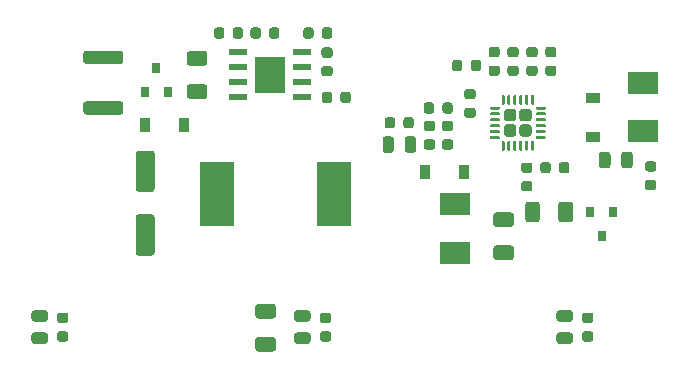
<source format=gbr>
G04 #@! TF.GenerationSoftware,KiCad,Pcbnew,(5.1.6)-1*
G04 #@! TF.CreationDate,2020-09-10T01:06:56+02:00*
G04 #@! TF.ProjectId,BananaSchplit,42616e61-6e61-4536-9368-706c69742e6b,rev?*
G04 #@! TF.SameCoordinates,Original*
G04 #@! TF.FileFunction,Paste,Top*
G04 #@! TF.FilePolarity,Positive*
%FSLAX46Y46*%
G04 Gerber Fmt 4.6, Leading zero omitted, Abs format (unit mm)*
G04 Created by KiCad (PCBNEW (5.1.6)-1) date 2020-09-10 01:06:56*
%MOMM*%
%LPD*%
G01*
G04 APERTURE LIST*
%ADD10R,2.900000X5.400000*%
%ADD11R,1.550000X0.600000*%
%ADD12R,2.600000X3.100000*%
%ADD13R,0.900000X1.200000*%
%ADD14R,1.200000X0.900000*%
%ADD15R,2.500000X1.900000*%
%ADD16R,0.800000X0.900000*%
G04 APERTURE END LIST*
G36*
G01*
X32299999Y-23125000D02*
X35200001Y-23125000D01*
G75*
G02*
X35450000Y-23374999I0J-249999D01*
G01*
X35450000Y-24000001D01*
G75*
G02*
X35200001Y-24250000I-249999J0D01*
G01*
X32299999Y-24250000D01*
G75*
G02*
X32050000Y-24000001I0J249999D01*
G01*
X32050000Y-23374999D01*
G75*
G02*
X32299999Y-23125000I249999J0D01*
G01*
G37*
G36*
G01*
X32299999Y-18850000D02*
X35200001Y-18850000D01*
G75*
G02*
X35450000Y-19099999I0J-249999D01*
G01*
X35450000Y-19725001D01*
G75*
G02*
X35200001Y-19975000I-249999J0D01*
G01*
X32299999Y-19975000D01*
G75*
G02*
X32050000Y-19725001I0J249999D01*
G01*
X32050000Y-19099999D01*
G75*
G02*
X32299999Y-18850000I249999J0D01*
G01*
G37*
D10*
X53300000Y-30950000D03*
X43400000Y-30950000D03*
G36*
G01*
X37850000Y-30800000D02*
X36750000Y-30800000D01*
G75*
G02*
X36500000Y-30550000I0J250000D01*
G01*
X36500000Y-27550000D01*
G75*
G02*
X36750000Y-27300000I250000J0D01*
G01*
X37850000Y-27300000D01*
G75*
G02*
X38100000Y-27550000I0J-250000D01*
G01*
X38100000Y-30550000D01*
G75*
G02*
X37850000Y-30800000I-250000J0D01*
G01*
G37*
G36*
G01*
X37850000Y-36200000D02*
X36750000Y-36200000D01*
G75*
G02*
X36500000Y-35950000I0J250000D01*
G01*
X36500000Y-32950000D01*
G75*
G02*
X36750000Y-32700000I250000J0D01*
G01*
X37850000Y-32700000D01*
G75*
G02*
X38100000Y-32950000I0J-250000D01*
G01*
X38100000Y-35950000D01*
G75*
G02*
X37850000Y-36200000I-250000J0D01*
G01*
G37*
D11*
X45150000Y-22800000D03*
X45150000Y-21530000D03*
X45150000Y-20260000D03*
X45150000Y-18990000D03*
X50550000Y-18990000D03*
X50550000Y-20260000D03*
X50550000Y-21530000D03*
X50550000Y-22800000D03*
D12*
X47850000Y-20895000D03*
G36*
G01*
X75031250Y-41900000D02*
X74518750Y-41900000D01*
G75*
G02*
X74300000Y-41681250I0J218750D01*
G01*
X74300000Y-41243750D01*
G75*
G02*
X74518750Y-41025000I218750J0D01*
G01*
X75031250Y-41025000D01*
G75*
G02*
X75250000Y-41243750I0J-218750D01*
G01*
X75250000Y-41681250D01*
G75*
G02*
X75031250Y-41900000I-218750J0D01*
G01*
G37*
G36*
G01*
X75031250Y-43475000D02*
X74518750Y-43475000D01*
G75*
G02*
X74300000Y-43256250I0J218750D01*
G01*
X74300000Y-42818750D01*
G75*
G02*
X74518750Y-42600000I218750J0D01*
G01*
X75031250Y-42600000D01*
G75*
G02*
X75250000Y-42818750I0J-218750D01*
G01*
X75250000Y-43256250D01*
G75*
G02*
X75031250Y-43475000I-218750J0D01*
G01*
G37*
G36*
G01*
X52831250Y-41900000D02*
X52318750Y-41900000D01*
G75*
G02*
X52100000Y-41681250I0J218750D01*
G01*
X52100000Y-41243750D01*
G75*
G02*
X52318750Y-41025000I218750J0D01*
G01*
X52831250Y-41025000D01*
G75*
G02*
X53050000Y-41243750I0J-218750D01*
G01*
X53050000Y-41681250D01*
G75*
G02*
X52831250Y-41900000I-218750J0D01*
G01*
G37*
G36*
G01*
X52831250Y-43475000D02*
X52318750Y-43475000D01*
G75*
G02*
X52100000Y-43256250I0J218750D01*
G01*
X52100000Y-42818750D01*
G75*
G02*
X52318750Y-42600000I218750J0D01*
G01*
X52831250Y-42600000D01*
G75*
G02*
X53050000Y-42818750I0J-218750D01*
G01*
X53050000Y-43256250D01*
G75*
G02*
X52831250Y-43475000I-218750J0D01*
G01*
G37*
G36*
G01*
X30581250Y-41900000D02*
X30068750Y-41900000D01*
G75*
G02*
X29850000Y-41681250I0J218750D01*
G01*
X29850000Y-41243750D01*
G75*
G02*
X30068750Y-41025000I218750J0D01*
G01*
X30581250Y-41025000D01*
G75*
G02*
X30800000Y-41243750I0J-218750D01*
G01*
X30800000Y-41681250D01*
G75*
G02*
X30581250Y-41900000I-218750J0D01*
G01*
G37*
G36*
G01*
X30581250Y-43475000D02*
X30068750Y-43475000D01*
G75*
G02*
X29850000Y-43256250I0J218750D01*
G01*
X29850000Y-42818750D01*
G75*
G02*
X30068750Y-42600000I218750J0D01*
G01*
X30581250Y-42600000D01*
G75*
G02*
X30800000Y-42818750I0J-218750D01*
G01*
X30800000Y-43256250D01*
G75*
G02*
X30581250Y-43475000I-218750J0D01*
G01*
G37*
G36*
G01*
X44012500Y-17093750D02*
X44012500Y-17606250D01*
G75*
G02*
X43793750Y-17825000I-218750J0D01*
G01*
X43356250Y-17825000D01*
G75*
G02*
X43137500Y-17606250I0J218750D01*
G01*
X43137500Y-17093750D01*
G75*
G02*
X43356250Y-16875000I218750J0D01*
G01*
X43793750Y-16875000D01*
G75*
G02*
X44012500Y-17093750I0J-218750D01*
G01*
G37*
G36*
G01*
X45587500Y-17093750D02*
X45587500Y-17606250D01*
G75*
G02*
X45368750Y-17825000I-218750J0D01*
G01*
X44931250Y-17825000D01*
G75*
G02*
X44712500Y-17606250I0J218750D01*
G01*
X44712500Y-17093750D01*
G75*
G02*
X44931250Y-16875000I218750J0D01*
G01*
X45368750Y-16875000D01*
G75*
G02*
X45587500Y-17093750I0J-218750D01*
G01*
G37*
G36*
G01*
X72368750Y-42700000D02*
X73281250Y-42700000D01*
G75*
G02*
X73525000Y-42943750I0J-243750D01*
G01*
X73525000Y-43431250D01*
G75*
G02*
X73281250Y-43675000I-243750J0D01*
G01*
X72368750Y-43675000D01*
G75*
G02*
X72125000Y-43431250I0J243750D01*
G01*
X72125000Y-42943750D01*
G75*
G02*
X72368750Y-42700000I243750J0D01*
G01*
G37*
G36*
G01*
X72368750Y-40825000D02*
X73281250Y-40825000D01*
G75*
G02*
X73525000Y-41068750I0J-243750D01*
G01*
X73525000Y-41556250D01*
G75*
G02*
X73281250Y-41800000I-243750J0D01*
G01*
X72368750Y-41800000D01*
G75*
G02*
X72125000Y-41556250I0J243750D01*
G01*
X72125000Y-41068750D01*
G75*
G02*
X72368750Y-40825000I243750J0D01*
G01*
G37*
G36*
G01*
X50143750Y-42700000D02*
X51056250Y-42700000D01*
G75*
G02*
X51300000Y-42943750I0J-243750D01*
G01*
X51300000Y-43431250D01*
G75*
G02*
X51056250Y-43675000I-243750J0D01*
G01*
X50143750Y-43675000D01*
G75*
G02*
X49900000Y-43431250I0J243750D01*
G01*
X49900000Y-42943750D01*
G75*
G02*
X50143750Y-42700000I243750J0D01*
G01*
G37*
G36*
G01*
X50143750Y-40825000D02*
X51056250Y-40825000D01*
G75*
G02*
X51300000Y-41068750I0J-243750D01*
G01*
X51300000Y-41556250D01*
G75*
G02*
X51056250Y-41800000I-243750J0D01*
G01*
X50143750Y-41800000D01*
G75*
G02*
X49900000Y-41556250I0J243750D01*
G01*
X49900000Y-41068750D01*
G75*
G02*
X50143750Y-40825000I243750J0D01*
G01*
G37*
G36*
G01*
X27918750Y-42700000D02*
X28831250Y-42700000D01*
G75*
G02*
X29075000Y-42943750I0J-243750D01*
G01*
X29075000Y-43431250D01*
G75*
G02*
X28831250Y-43675000I-243750J0D01*
G01*
X27918750Y-43675000D01*
G75*
G02*
X27675000Y-43431250I0J243750D01*
G01*
X27675000Y-42943750D01*
G75*
G02*
X27918750Y-42700000I243750J0D01*
G01*
G37*
G36*
G01*
X27918750Y-40825000D02*
X28831250Y-40825000D01*
G75*
G02*
X29075000Y-41068750I0J-243750D01*
G01*
X29075000Y-41556250D01*
G75*
G02*
X28831250Y-41800000I-243750J0D01*
G01*
X27918750Y-41800000D01*
G75*
G02*
X27675000Y-41556250I0J243750D01*
G01*
X27675000Y-41068750D01*
G75*
G02*
X27918750Y-40825000I243750J0D01*
G01*
G37*
G36*
G01*
X42325000Y-22925000D02*
X41075000Y-22925000D01*
G75*
G02*
X40825000Y-22675000I0J250000D01*
G01*
X40825000Y-21925000D01*
G75*
G02*
X41075000Y-21675000I250000J0D01*
G01*
X42325000Y-21675000D01*
G75*
G02*
X42575000Y-21925000I0J-250000D01*
G01*
X42575000Y-22675000D01*
G75*
G02*
X42325000Y-22925000I-250000J0D01*
G01*
G37*
G36*
G01*
X42325000Y-20125000D02*
X41075000Y-20125000D01*
G75*
G02*
X40825000Y-19875000I0J250000D01*
G01*
X40825000Y-19125000D01*
G75*
G02*
X41075000Y-18875000I250000J0D01*
G01*
X42325000Y-18875000D01*
G75*
G02*
X42575000Y-19125000I0J-250000D01*
G01*
X42575000Y-19875000D01*
G75*
G02*
X42325000Y-20125000I-250000J0D01*
G01*
G37*
G36*
G01*
X53837500Y-23056250D02*
X53837500Y-22543750D01*
G75*
G02*
X54056250Y-22325000I218750J0D01*
G01*
X54493750Y-22325000D01*
G75*
G02*
X54712500Y-22543750I0J-218750D01*
G01*
X54712500Y-23056250D01*
G75*
G02*
X54493750Y-23275000I-218750J0D01*
G01*
X54056250Y-23275000D01*
G75*
G02*
X53837500Y-23056250I0J218750D01*
G01*
G37*
G36*
G01*
X52262500Y-23056250D02*
X52262500Y-22543750D01*
G75*
G02*
X52481250Y-22325000I218750J0D01*
G01*
X52918750Y-22325000D01*
G75*
G02*
X53137500Y-22543750I0J-218750D01*
G01*
X53137500Y-23056250D01*
G75*
G02*
X52918750Y-23275000I-218750J0D01*
G01*
X52481250Y-23275000D01*
G75*
G02*
X52262500Y-23056250I0J218750D01*
G01*
G37*
G36*
G01*
X46875000Y-43075000D02*
X48125000Y-43075000D01*
G75*
G02*
X48375000Y-43325000I0J-250000D01*
G01*
X48375000Y-44075000D01*
G75*
G02*
X48125000Y-44325000I-250000J0D01*
G01*
X46875000Y-44325000D01*
G75*
G02*
X46625000Y-44075000I0J250000D01*
G01*
X46625000Y-43325000D01*
G75*
G02*
X46875000Y-43075000I250000J0D01*
G01*
G37*
G36*
G01*
X46875000Y-40275000D02*
X48125000Y-40275000D01*
G75*
G02*
X48375000Y-40525000I0J-250000D01*
G01*
X48375000Y-41275000D01*
G75*
G02*
X48125000Y-41525000I-250000J0D01*
G01*
X46875000Y-41525000D01*
G75*
G02*
X46625000Y-41275000I0J250000D01*
G01*
X46625000Y-40525000D01*
G75*
G02*
X46875000Y-40275000I250000J0D01*
G01*
G37*
G36*
G01*
X73525000Y-31875000D02*
X73525000Y-33125000D01*
G75*
G02*
X73275000Y-33375000I-250000J0D01*
G01*
X72525000Y-33375000D01*
G75*
G02*
X72275000Y-33125000I0J250000D01*
G01*
X72275000Y-31875000D01*
G75*
G02*
X72525000Y-31625000I250000J0D01*
G01*
X73275000Y-31625000D01*
G75*
G02*
X73525000Y-31875000I0J-250000D01*
G01*
G37*
G36*
G01*
X70725000Y-31875000D02*
X70725000Y-33125000D01*
G75*
G02*
X70475000Y-33375000I-250000J0D01*
G01*
X69725000Y-33375000D01*
G75*
G02*
X69475000Y-33125000I0J250000D01*
G01*
X69475000Y-31875000D01*
G75*
G02*
X69725000Y-31625000I250000J0D01*
G01*
X70475000Y-31625000D01*
G75*
G02*
X70725000Y-31875000I0J-250000D01*
G01*
G37*
G36*
G01*
X68275000Y-33775000D02*
X67025000Y-33775000D01*
G75*
G02*
X66775000Y-33525000I0J250000D01*
G01*
X66775000Y-32775000D01*
G75*
G02*
X67025000Y-32525000I250000J0D01*
G01*
X68275000Y-32525000D01*
G75*
G02*
X68525000Y-32775000I0J-250000D01*
G01*
X68525000Y-33525000D01*
G75*
G02*
X68275000Y-33775000I-250000J0D01*
G01*
G37*
G36*
G01*
X68275000Y-36575000D02*
X67025000Y-36575000D01*
G75*
G02*
X66775000Y-36325000I0J250000D01*
G01*
X66775000Y-35575000D01*
G75*
G02*
X67025000Y-35325000I250000J0D01*
G01*
X68275000Y-35325000D01*
G75*
G02*
X68525000Y-35575000I0J-250000D01*
G01*
X68525000Y-36325000D01*
G75*
G02*
X68275000Y-36575000I-250000J0D01*
G01*
G37*
G36*
G01*
X69343750Y-28312500D02*
X69856250Y-28312500D01*
G75*
G02*
X70075000Y-28531250I0J-218750D01*
G01*
X70075000Y-28968750D01*
G75*
G02*
X69856250Y-29187500I-218750J0D01*
G01*
X69343750Y-29187500D01*
G75*
G02*
X69125000Y-28968750I0J218750D01*
G01*
X69125000Y-28531250D01*
G75*
G02*
X69343750Y-28312500I218750J0D01*
G01*
G37*
G36*
G01*
X69343750Y-29887500D02*
X69856250Y-29887500D01*
G75*
G02*
X70075000Y-30106250I0J-218750D01*
G01*
X70075000Y-30543750D01*
G75*
G02*
X69856250Y-30762500I-218750J0D01*
G01*
X69343750Y-30762500D01*
G75*
G02*
X69125000Y-30543750I0J218750D01*
G01*
X69125000Y-30106250D01*
G75*
G02*
X69343750Y-29887500I218750J0D01*
G01*
G37*
G36*
G01*
X65056250Y-24537500D02*
X64543750Y-24537500D01*
G75*
G02*
X64325000Y-24318750I0J218750D01*
G01*
X64325000Y-23881250D01*
G75*
G02*
X64543750Y-23662500I218750J0D01*
G01*
X65056250Y-23662500D01*
G75*
G02*
X65275000Y-23881250I0J-218750D01*
G01*
X65275000Y-24318750D01*
G75*
G02*
X65056250Y-24537500I-218750J0D01*
G01*
G37*
G36*
G01*
X65056250Y-22962500D02*
X64543750Y-22962500D01*
G75*
G02*
X64325000Y-22743750I0J218750D01*
G01*
X64325000Y-22306250D01*
G75*
G02*
X64543750Y-22087500I218750J0D01*
G01*
X65056250Y-22087500D01*
G75*
G02*
X65275000Y-22306250I0J-218750D01*
G01*
X65275000Y-22743750D01*
G75*
G02*
X65056250Y-22962500I-218750J0D01*
G01*
G37*
G36*
G01*
X61631250Y-27225000D02*
X61118750Y-27225000D01*
G75*
G02*
X60900000Y-27006250I0J218750D01*
G01*
X60900000Y-26568750D01*
G75*
G02*
X61118750Y-26350000I218750J0D01*
G01*
X61631250Y-26350000D01*
G75*
G02*
X61850000Y-26568750I0J-218750D01*
G01*
X61850000Y-27006250D01*
G75*
G02*
X61631250Y-27225000I-218750J0D01*
G01*
G37*
G36*
G01*
X61631250Y-25650000D02*
X61118750Y-25650000D01*
G75*
G02*
X60900000Y-25431250I0J218750D01*
G01*
X60900000Y-24993750D01*
G75*
G02*
X61118750Y-24775000I218750J0D01*
G01*
X61631250Y-24775000D01*
G75*
G02*
X61850000Y-24993750I0J-218750D01*
G01*
X61850000Y-25431250D01*
G75*
G02*
X61631250Y-25650000I-218750J0D01*
G01*
G37*
G36*
G01*
X60250000Y-26343750D02*
X60250000Y-27256250D01*
G75*
G02*
X60006250Y-27500000I-243750J0D01*
G01*
X59518750Y-27500000D01*
G75*
G02*
X59275000Y-27256250I0J243750D01*
G01*
X59275000Y-26343750D01*
G75*
G02*
X59518750Y-26100000I243750J0D01*
G01*
X60006250Y-26100000D01*
G75*
G02*
X60250000Y-26343750I0J-243750D01*
G01*
G37*
G36*
G01*
X58375000Y-26343750D02*
X58375000Y-27256250D01*
G75*
G02*
X58131250Y-27500000I-243750J0D01*
G01*
X57643750Y-27500000D01*
G75*
G02*
X57400000Y-27256250I0J243750D01*
G01*
X57400000Y-26343750D01*
G75*
G02*
X57643750Y-26100000I243750J0D01*
G01*
X58131250Y-26100000D01*
G75*
G02*
X58375000Y-26343750I0J-243750D01*
G01*
G37*
G36*
G01*
X71393750Y-18525000D02*
X71906250Y-18525000D01*
G75*
G02*
X72125000Y-18743750I0J-218750D01*
G01*
X72125000Y-19181250D01*
G75*
G02*
X71906250Y-19400000I-218750J0D01*
G01*
X71393750Y-19400000D01*
G75*
G02*
X71175000Y-19181250I0J218750D01*
G01*
X71175000Y-18743750D01*
G75*
G02*
X71393750Y-18525000I218750J0D01*
G01*
G37*
G36*
G01*
X71393750Y-20100000D02*
X71906250Y-20100000D01*
G75*
G02*
X72125000Y-20318750I0J-218750D01*
G01*
X72125000Y-20756250D01*
G75*
G02*
X71906250Y-20975000I-218750J0D01*
G01*
X71393750Y-20975000D01*
G75*
G02*
X71175000Y-20756250I0J218750D01*
G01*
X71175000Y-20318750D01*
G75*
G02*
X71393750Y-20100000I218750J0D01*
G01*
G37*
G36*
G01*
X67106250Y-19400000D02*
X66593750Y-19400000D01*
G75*
G02*
X66375000Y-19181250I0J218750D01*
G01*
X66375000Y-18743750D01*
G75*
G02*
X66593750Y-18525000I218750J0D01*
G01*
X67106250Y-18525000D01*
G75*
G02*
X67325000Y-18743750I0J-218750D01*
G01*
X67325000Y-19181250D01*
G75*
G02*
X67106250Y-19400000I-218750J0D01*
G01*
G37*
G36*
G01*
X67106250Y-20975000D02*
X66593750Y-20975000D01*
G75*
G02*
X66375000Y-20756250I0J218750D01*
G01*
X66375000Y-20318750D01*
G75*
G02*
X66593750Y-20100000I218750J0D01*
G01*
X67106250Y-20100000D01*
G75*
G02*
X67325000Y-20318750I0J-218750D01*
G01*
X67325000Y-20756250D01*
G75*
G02*
X67106250Y-20975000I-218750J0D01*
G01*
G37*
G36*
G01*
X64162500Y-19843750D02*
X64162500Y-20356250D01*
G75*
G02*
X63943750Y-20575000I-218750J0D01*
G01*
X63506250Y-20575000D01*
G75*
G02*
X63287500Y-20356250I0J218750D01*
G01*
X63287500Y-19843750D01*
G75*
G02*
X63506250Y-19625000I218750J0D01*
G01*
X63943750Y-19625000D01*
G75*
G02*
X64162500Y-19843750I0J-218750D01*
G01*
G37*
G36*
G01*
X65737500Y-19843750D02*
X65737500Y-20356250D01*
G75*
G02*
X65518750Y-20575000I-218750J0D01*
G01*
X65081250Y-20575000D01*
G75*
G02*
X64862500Y-20356250I0J218750D01*
G01*
X64862500Y-19843750D01*
G75*
G02*
X65081250Y-19625000I218750J0D01*
G01*
X65518750Y-19625000D01*
G75*
G02*
X65737500Y-19843750I0J-218750D01*
G01*
G37*
G36*
G01*
X77600000Y-28556250D02*
X77600000Y-27643750D01*
G75*
G02*
X77843750Y-27400000I243750J0D01*
G01*
X78331250Y-27400000D01*
G75*
G02*
X78575000Y-27643750I0J-243750D01*
G01*
X78575000Y-28556250D01*
G75*
G02*
X78331250Y-28800000I-243750J0D01*
G01*
X77843750Y-28800000D01*
G75*
G02*
X77600000Y-28556250I0J243750D01*
G01*
G37*
G36*
G01*
X75725000Y-28556250D02*
X75725000Y-27643750D01*
G75*
G02*
X75968750Y-27400000I243750J0D01*
G01*
X76456250Y-27400000D01*
G75*
G02*
X76700000Y-27643750I0J-243750D01*
G01*
X76700000Y-28556250D01*
G75*
G02*
X76456250Y-28800000I-243750J0D01*
G01*
X75968750Y-28800000D01*
G75*
G02*
X75725000Y-28556250I0J243750D01*
G01*
G37*
D13*
X64300000Y-29150000D03*
X61000000Y-29150000D03*
X40600000Y-25100000D03*
X37300000Y-25100000D03*
D14*
X75200000Y-22850000D03*
X75200000Y-26150000D03*
D15*
X63500000Y-35950000D03*
X63500000Y-31850000D03*
X79450000Y-21550000D03*
X79450000Y-25650000D03*
D16*
X38250000Y-20300000D03*
X39200000Y-22300000D03*
X37300000Y-22300000D03*
X76900000Y-32500000D03*
X75000000Y-32500000D03*
X75950000Y-34500000D03*
G36*
G01*
X48662500Y-17093750D02*
X48662500Y-17606250D01*
G75*
G02*
X48443750Y-17825000I-218750J0D01*
G01*
X48006250Y-17825000D01*
G75*
G02*
X47787500Y-17606250I0J218750D01*
G01*
X47787500Y-17093750D01*
G75*
G02*
X48006250Y-16875000I218750J0D01*
G01*
X48443750Y-16875000D01*
G75*
G02*
X48662500Y-17093750I0J-218750D01*
G01*
G37*
G36*
G01*
X47087500Y-17093750D02*
X47087500Y-17606250D01*
G75*
G02*
X46868750Y-17825000I-218750J0D01*
G01*
X46431250Y-17825000D01*
G75*
G02*
X46212500Y-17606250I0J218750D01*
G01*
X46212500Y-17093750D01*
G75*
G02*
X46431250Y-16875000I218750J0D01*
G01*
X46868750Y-16875000D01*
G75*
G02*
X47087500Y-17093750I0J-218750D01*
G01*
G37*
G36*
G01*
X52443750Y-18562500D02*
X52956250Y-18562500D01*
G75*
G02*
X53175000Y-18781250I0J-218750D01*
G01*
X53175000Y-19218750D01*
G75*
G02*
X52956250Y-19437500I-218750J0D01*
G01*
X52443750Y-19437500D01*
G75*
G02*
X52225000Y-19218750I0J218750D01*
G01*
X52225000Y-18781250D01*
G75*
G02*
X52443750Y-18562500I218750J0D01*
G01*
G37*
G36*
G01*
X52443750Y-20137500D02*
X52956250Y-20137500D01*
G75*
G02*
X53175000Y-20356250I0J-218750D01*
G01*
X53175000Y-20793750D01*
G75*
G02*
X52956250Y-21012500I-218750J0D01*
G01*
X52443750Y-21012500D01*
G75*
G02*
X52225000Y-20793750I0J218750D01*
G01*
X52225000Y-20356250D01*
G75*
G02*
X52443750Y-20137500I218750J0D01*
G01*
G37*
G36*
G01*
X52262500Y-17606250D02*
X52262500Y-17093750D01*
G75*
G02*
X52481250Y-16875000I218750J0D01*
G01*
X52918750Y-16875000D01*
G75*
G02*
X53137500Y-17093750I0J-218750D01*
G01*
X53137500Y-17606250D01*
G75*
G02*
X52918750Y-17825000I-218750J0D01*
G01*
X52481250Y-17825000D01*
G75*
G02*
X52262500Y-17606250I0J218750D01*
G01*
G37*
G36*
G01*
X50687500Y-17606250D02*
X50687500Y-17093750D01*
G75*
G02*
X50906250Y-16875000I218750J0D01*
G01*
X51343750Y-16875000D01*
G75*
G02*
X51562500Y-17093750I0J-218750D01*
G01*
X51562500Y-17606250D01*
G75*
G02*
X51343750Y-17825000I-218750J0D01*
G01*
X50906250Y-17825000D01*
G75*
G02*
X50687500Y-17606250I0J218750D01*
G01*
G37*
G36*
G01*
X72337500Y-29006250D02*
X72337500Y-28493750D01*
G75*
G02*
X72556250Y-28275000I218750J0D01*
G01*
X72993750Y-28275000D01*
G75*
G02*
X73212500Y-28493750I0J-218750D01*
G01*
X73212500Y-29006250D01*
G75*
G02*
X72993750Y-29225000I-218750J0D01*
G01*
X72556250Y-29225000D01*
G75*
G02*
X72337500Y-29006250I0J218750D01*
G01*
G37*
G36*
G01*
X70762500Y-29006250D02*
X70762500Y-28493750D01*
G75*
G02*
X70981250Y-28275000I218750J0D01*
G01*
X71418750Y-28275000D01*
G75*
G02*
X71637500Y-28493750I0J-218750D01*
G01*
X71637500Y-29006250D01*
G75*
G02*
X71418750Y-29225000I-218750J0D01*
G01*
X70981250Y-29225000D01*
G75*
G02*
X70762500Y-29006250I0J218750D01*
G01*
G37*
G36*
G01*
X62643750Y-24775000D02*
X63156250Y-24775000D01*
G75*
G02*
X63375000Y-24993750I0J-218750D01*
G01*
X63375000Y-25431250D01*
G75*
G02*
X63156250Y-25650000I-218750J0D01*
G01*
X62643750Y-25650000D01*
G75*
G02*
X62425000Y-25431250I0J218750D01*
G01*
X62425000Y-24993750D01*
G75*
G02*
X62643750Y-24775000I218750J0D01*
G01*
G37*
G36*
G01*
X62643750Y-26350000D02*
X63156250Y-26350000D01*
G75*
G02*
X63375000Y-26568750I0J-218750D01*
G01*
X63375000Y-27006250D01*
G75*
G02*
X63156250Y-27225000I-218750J0D01*
G01*
X62643750Y-27225000D01*
G75*
G02*
X62425000Y-27006250I0J218750D01*
G01*
X62425000Y-26568750D01*
G75*
G02*
X62643750Y-26350000I218750J0D01*
G01*
G37*
G36*
G01*
X62462500Y-23956250D02*
X62462500Y-23443750D01*
G75*
G02*
X62681250Y-23225000I218750J0D01*
G01*
X63118750Y-23225000D01*
G75*
G02*
X63337500Y-23443750I0J-218750D01*
G01*
X63337500Y-23956250D01*
G75*
G02*
X63118750Y-24175000I-218750J0D01*
G01*
X62681250Y-24175000D01*
G75*
G02*
X62462500Y-23956250I0J218750D01*
G01*
G37*
G36*
G01*
X60887500Y-23956250D02*
X60887500Y-23443750D01*
G75*
G02*
X61106250Y-23225000I218750J0D01*
G01*
X61543750Y-23225000D01*
G75*
G02*
X61762500Y-23443750I0J-218750D01*
G01*
X61762500Y-23956250D01*
G75*
G02*
X61543750Y-24175000I-218750J0D01*
G01*
X61106250Y-24175000D01*
G75*
G02*
X60887500Y-23956250I0J218750D01*
G01*
G37*
G36*
G01*
X68706250Y-20975000D02*
X68193750Y-20975000D01*
G75*
G02*
X67975000Y-20756250I0J218750D01*
G01*
X67975000Y-20318750D01*
G75*
G02*
X68193750Y-20100000I218750J0D01*
G01*
X68706250Y-20100000D01*
G75*
G02*
X68925000Y-20318750I0J-218750D01*
G01*
X68925000Y-20756250D01*
G75*
G02*
X68706250Y-20975000I-218750J0D01*
G01*
G37*
G36*
G01*
X68706250Y-19400000D02*
X68193750Y-19400000D01*
G75*
G02*
X67975000Y-19181250I0J218750D01*
G01*
X67975000Y-18743750D01*
G75*
G02*
X68193750Y-18525000I218750J0D01*
G01*
X68706250Y-18525000D01*
G75*
G02*
X68925000Y-18743750I0J-218750D01*
G01*
X68925000Y-19181250D01*
G75*
G02*
X68706250Y-19400000I-218750J0D01*
G01*
G37*
G36*
G01*
X70306250Y-19400000D02*
X69793750Y-19400000D01*
G75*
G02*
X69575000Y-19181250I0J218750D01*
G01*
X69575000Y-18743750D01*
G75*
G02*
X69793750Y-18525000I218750J0D01*
G01*
X70306250Y-18525000D01*
G75*
G02*
X70525000Y-18743750I0J-218750D01*
G01*
X70525000Y-19181250D01*
G75*
G02*
X70306250Y-19400000I-218750J0D01*
G01*
G37*
G36*
G01*
X70306250Y-20975000D02*
X69793750Y-20975000D01*
G75*
G02*
X69575000Y-20756250I0J218750D01*
G01*
X69575000Y-20318750D01*
G75*
G02*
X69793750Y-20100000I218750J0D01*
G01*
X70306250Y-20100000D01*
G75*
G02*
X70525000Y-20318750I0J-218750D01*
G01*
X70525000Y-20756250D01*
G75*
G02*
X70306250Y-20975000I-218750J0D01*
G01*
G37*
G36*
G01*
X57587500Y-25206250D02*
X57587500Y-24693750D01*
G75*
G02*
X57806250Y-24475000I218750J0D01*
G01*
X58243750Y-24475000D01*
G75*
G02*
X58462500Y-24693750I0J-218750D01*
G01*
X58462500Y-25206250D01*
G75*
G02*
X58243750Y-25425000I-218750J0D01*
G01*
X57806250Y-25425000D01*
G75*
G02*
X57587500Y-25206250I0J218750D01*
G01*
G37*
G36*
G01*
X59162500Y-25206250D02*
X59162500Y-24693750D01*
G75*
G02*
X59381250Y-24475000I218750J0D01*
G01*
X59818750Y-24475000D01*
G75*
G02*
X60037500Y-24693750I0J-218750D01*
G01*
X60037500Y-25206250D01*
G75*
G02*
X59818750Y-25425000I-218750J0D01*
G01*
X59381250Y-25425000D01*
G75*
G02*
X59162500Y-25206250I0J218750D01*
G01*
G37*
G36*
G01*
X79843750Y-28200000D02*
X80356250Y-28200000D01*
G75*
G02*
X80575000Y-28418750I0J-218750D01*
G01*
X80575000Y-28856250D01*
G75*
G02*
X80356250Y-29075000I-218750J0D01*
G01*
X79843750Y-29075000D01*
G75*
G02*
X79625000Y-28856250I0J218750D01*
G01*
X79625000Y-28418750D01*
G75*
G02*
X79843750Y-28200000I218750J0D01*
G01*
G37*
G36*
G01*
X79843750Y-29775000D02*
X80356250Y-29775000D01*
G75*
G02*
X80575000Y-29993750I0J-218750D01*
G01*
X80575000Y-30431250D01*
G75*
G02*
X80356250Y-30650000I-218750J0D01*
G01*
X79843750Y-30650000D01*
G75*
G02*
X79625000Y-30431250I0J218750D01*
G01*
X79625000Y-29993750D01*
G75*
G02*
X79843750Y-29775000I218750J0D01*
G01*
G37*
G36*
G01*
X68475001Y-26125000D02*
X67924999Y-26125000D01*
G75*
G02*
X67675000Y-25875001I0J249999D01*
G01*
X67675000Y-25324999D01*
G75*
G02*
X67924999Y-25075000I249999J0D01*
G01*
X68475001Y-25075000D01*
G75*
G02*
X68725000Y-25324999I0J-249999D01*
G01*
X68725000Y-25875001D01*
G75*
G02*
X68475001Y-26125000I-249999J0D01*
G01*
G37*
G36*
G01*
X69775001Y-26125000D02*
X69224999Y-26125000D01*
G75*
G02*
X68975000Y-25875001I0J249999D01*
G01*
X68975000Y-25324999D01*
G75*
G02*
X69224999Y-25075000I249999J0D01*
G01*
X69775001Y-25075000D01*
G75*
G02*
X70025000Y-25324999I0J-249999D01*
G01*
X70025000Y-25875001D01*
G75*
G02*
X69775001Y-26125000I-249999J0D01*
G01*
G37*
G36*
G01*
X68475001Y-24825000D02*
X67924999Y-24825000D01*
G75*
G02*
X67675000Y-24575001I0J249999D01*
G01*
X67675000Y-24024999D01*
G75*
G02*
X67924999Y-23775000I249999J0D01*
G01*
X68475001Y-23775000D01*
G75*
G02*
X68725000Y-24024999I0J-249999D01*
G01*
X68725000Y-24575001D01*
G75*
G02*
X68475001Y-24825000I-249999J0D01*
G01*
G37*
G36*
G01*
X69775001Y-24825000D02*
X69224999Y-24825000D01*
G75*
G02*
X68975000Y-24575001I0J249999D01*
G01*
X68975000Y-24024999D01*
G75*
G02*
X69224999Y-23775000I249999J0D01*
G01*
X69775001Y-23775000D01*
G75*
G02*
X70025000Y-24024999I0J-249999D01*
G01*
X70025000Y-24575001D01*
G75*
G02*
X69775001Y-24825000I-249999J0D01*
G01*
G37*
G36*
G01*
X67662500Y-27300000D02*
X67537500Y-27300000D01*
G75*
G02*
X67475000Y-27237500I0J62500D01*
G01*
X67475000Y-26537500D01*
G75*
G02*
X67537500Y-26475000I62500J0D01*
G01*
X67662500Y-26475000D01*
G75*
G02*
X67725000Y-26537500I0J-62500D01*
G01*
X67725000Y-27237500D01*
G75*
G02*
X67662500Y-27300000I-62500J0D01*
G01*
G37*
G36*
G01*
X68162500Y-27300000D02*
X68037500Y-27300000D01*
G75*
G02*
X67975000Y-27237500I0J62500D01*
G01*
X67975000Y-26537500D01*
G75*
G02*
X68037500Y-26475000I62500J0D01*
G01*
X68162500Y-26475000D01*
G75*
G02*
X68225000Y-26537500I0J-62500D01*
G01*
X68225000Y-27237500D01*
G75*
G02*
X68162500Y-27300000I-62500J0D01*
G01*
G37*
G36*
G01*
X68662500Y-27300000D02*
X68537500Y-27300000D01*
G75*
G02*
X68475000Y-27237500I0J62500D01*
G01*
X68475000Y-26537500D01*
G75*
G02*
X68537500Y-26475000I62500J0D01*
G01*
X68662500Y-26475000D01*
G75*
G02*
X68725000Y-26537500I0J-62500D01*
G01*
X68725000Y-27237500D01*
G75*
G02*
X68662500Y-27300000I-62500J0D01*
G01*
G37*
G36*
G01*
X69162500Y-27300000D02*
X69037500Y-27300000D01*
G75*
G02*
X68975000Y-27237500I0J62500D01*
G01*
X68975000Y-26537500D01*
G75*
G02*
X69037500Y-26475000I62500J0D01*
G01*
X69162500Y-26475000D01*
G75*
G02*
X69225000Y-26537500I0J-62500D01*
G01*
X69225000Y-27237500D01*
G75*
G02*
X69162500Y-27300000I-62500J0D01*
G01*
G37*
G36*
G01*
X69662500Y-27300000D02*
X69537500Y-27300000D01*
G75*
G02*
X69475000Y-27237500I0J62500D01*
G01*
X69475000Y-26537500D01*
G75*
G02*
X69537500Y-26475000I62500J0D01*
G01*
X69662500Y-26475000D01*
G75*
G02*
X69725000Y-26537500I0J-62500D01*
G01*
X69725000Y-27237500D01*
G75*
G02*
X69662500Y-27300000I-62500J0D01*
G01*
G37*
G36*
G01*
X70162500Y-27300000D02*
X70037500Y-27300000D01*
G75*
G02*
X69975000Y-27237500I0J62500D01*
G01*
X69975000Y-26537500D01*
G75*
G02*
X70037500Y-26475000I62500J0D01*
G01*
X70162500Y-26475000D01*
G75*
G02*
X70225000Y-26537500I0J-62500D01*
G01*
X70225000Y-27237500D01*
G75*
G02*
X70162500Y-27300000I-62500J0D01*
G01*
G37*
G36*
G01*
X71137500Y-26325000D02*
X70437500Y-26325000D01*
G75*
G02*
X70375000Y-26262500I0J62500D01*
G01*
X70375000Y-26137500D01*
G75*
G02*
X70437500Y-26075000I62500J0D01*
G01*
X71137500Y-26075000D01*
G75*
G02*
X71200000Y-26137500I0J-62500D01*
G01*
X71200000Y-26262500D01*
G75*
G02*
X71137500Y-26325000I-62500J0D01*
G01*
G37*
G36*
G01*
X71137500Y-25825000D02*
X70437500Y-25825000D01*
G75*
G02*
X70375000Y-25762500I0J62500D01*
G01*
X70375000Y-25637500D01*
G75*
G02*
X70437500Y-25575000I62500J0D01*
G01*
X71137500Y-25575000D01*
G75*
G02*
X71200000Y-25637500I0J-62500D01*
G01*
X71200000Y-25762500D01*
G75*
G02*
X71137500Y-25825000I-62500J0D01*
G01*
G37*
G36*
G01*
X71137500Y-25325000D02*
X70437500Y-25325000D01*
G75*
G02*
X70375000Y-25262500I0J62500D01*
G01*
X70375000Y-25137500D01*
G75*
G02*
X70437500Y-25075000I62500J0D01*
G01*
X71137500Y-25075000D01*
G75*
G02*
X71200000Y-25137500I0J-62500D01*
G01*
X71200000Y-25262500D01*
G75*
G02*
X71137500Y-25325000I-62500J0D01*
G01*
G37*
G36*
G01*
X71137500Y-24825000D02*
X70437500Y-24825000D01*
G75*
G02*
X70375000Y-24762500I0J62500D01*
G01*
X70375000Y-24637500D01*
G75*
G02*
X70437500Y-24575000I62500J0D01*
G01*
X71137500Y-24575000D01*
G75*
G02*
X71200000Y-24637500I0J-62500D01*
G01*
X71200000Y-24762500D01*
G75*
G02*
X71137500Y-24825000I-62500J0D01*
G01*
G37*
G36*
G01*
X71137500Y-24325000D02*
X70437500Y-24325000D01*
G75*
G02*
X70375000Y-24262500I0J62500D01*
G01*
X70375000Y-24137500D01*
G75*
G02*
X70437500Y-24075000I62500J0D01*
G01*
X71137500Y-24075000D01*
G75*
G02*
X71200000Y-24137500I0J-62500D01*
G01*
X71200000Y-24262500D01*
G75*
G02*
X71137500Y-24325000I-62500J0D01*
G01*
G37*
G36*
G01*
X71137500Y-23825000D02*
X70437500Y-23825000D01*
G75*
G02*
X70375000Y-23762500I0J62500D01*
G01*
X70375000Y-23637500D01*
G75*
G02*
X70437500Y-23575000I62500J0D01*
G01*
X71137500Y-23575000D01*
G75*
G02*
X71200000Y-23637500I0J-62500D01*
G01*
X71200000Y-23762500D01*
G75*
G02*
X71137500Y-23825000I-62500J0D01*
G01*
G37*
G36*
G01*
X70162500Y-23425000D02*
X70037500Y-23425000D01*
G75*
G02*
X69975000Y-23362500I0J62500D01*
G01*
X69975000Y-22662500D01*
G75*
G02*
X70037500Y-22600000I62500J0D01*
G01*
X70162500Y-22600000D01*
G75*
G02*
X70225000Y-22662500I0J-62500D01*
G01*
X70225000Y-23362500D01*
G75*
G02*
X70162500Y-23425000I-62500J0D01*
G01*
G37*
G36*
G01*
X69662500Y-23425000D02*
X69537500Y-23425000D01*
G75*
G02*
X69475000Y-23362500I0J62500D01*
G01*
X69475000Y-22662500D01*
G75*
G02*
X69537500Y-22600000I62500J0D01*
G01*
X69662500Y-22600000D01*
G75*
G02*
X69725000Y-22662500I0J-62500D01*
G01*
X69725000Y-23362500D01*
G75*
G02*
X69662500Y-23425000I-62500J0D01*
G01*
G37*
G36*
G01*
X69162500Y-23425000D02*
X69037500Y-23425000D01*
G75*
G02*
X68975000Y-23362500I0J62500D01*
G01*
X68975000Y-22662500D01*
G75*
G02*
X69037500Y-22600000I62500J0D01*
G01*
X69162500Y-22600000D01*
G75*
G02*
X69225000Y-22662500I0J-62500D01*
G01*
X69225000Y-23362500D01*
G75*
G02*
X69162500Y-23425000I-62500J0D01*
G01*
G37*
G36*
G01*
X68662500Y-23425000D02*
X68537500Y-23425000D01*
G75*
G02*
X68475000Y-23362500I0J62500D01*
G01*
X68475000Y-22662500D01*
G75*
G02*
X68537500Y-22600000I62500J0D01*
G01*
X68662500Y-22600000D01*
G75*
G02*
X68725000Y-22662500I0J-62500D01*
G01*
X68725000Y-23362500D01*
G75*
G02*
X68662500Y-23425000I-62500J0D01*
G01*
G37*
G36*
G01*
X68162500Y-23425000D02*
X68037500Y-23425000D01*
G75*
G02*
X67975000Y-23362500I0J62500D01*
G01*
X67975000Y-22662500D01*
G75*
G02*
X68037500Y-22600000I62500J0D01*
G01*
X68162500Y-22600000D01*
G75*
G02*
X68225000Y-22662500I0J-62500D01*
G01*
X68225000Y-23362500D01*
G75*
G02*
X68162500Y-23425000I-62500J0D01*
G01*
G37*
G36*
G01*
X67662500Y-23425000D02*
X67537500Y-23425000D01*
G75*
G02*
X67475000Y-23362500I0J62500D01*
G01*
X67475000Y-22662500D01*
G75*
G02*
X67537500Y-22600000I62500J0D01*
G01*
X67662500Y-22600000D01*
G75*
G02*
X67725000Y-22662500I0J-62500D01*
G01*
X67725000Y-23362500D01*
G75*
G02*
X67662500Y-23425000I-62500J0D01*
G01*
G37*
G36*
G01*
X67262500Y-23825000D02*
X66562500Y-23825000D01*
G75*
G02*
X66500000Y-23762500I0J62500D01*
G01*
X66500000Y-23637500D01*
G75*
G02*
X66562500Y-23575000I62500J0D01*
G01*
X67262500Y-23575000D01*
G75*
G02*
X67325000Y-23637500I0J-62500D01*
G01*
X67325000Y-23762500D01*
G75*
G02*
X67262500Y-23825000I-62500J0D01*
G01*
G37*
G36*
G01*
X67262500Y-24325000D02*
X66562500Y-24325000D01*
G75*
G02*
X66500000Y-24262500I0J62500D01*
G01*
X66500000Y-24137500D01*
G75*
G02*
X66562500Y-24075000I62500J0D01*
G01*
X67262500Y-24075000D01*
G75*
G02*
X67325000Y-24137500I0J-62500D01*
G01*
X67325000Y-24262500D01*
G75*
G02*
X67262500Y-24325000I-62500J0D01*
G01*
G37*
G36*
G01*
X67262500Y-24825000D02*
X66562500Y-24825000D01*
G75*
G02*
X66500000Y-24762500I0J62500D01*
G01*
X66500000Y-24637500D01*
G75*
G02*
X66562500Y-24575000I62500J0D01*
G01*
X67262500Y-24575000D01*
G75*
G02*
X67325000Y-24637500I0J-62500D01*
G01*
X67325000Y-24762500D01*
G75*
G02*
X67262500Y-24825000I-62500J0D01*
G01*
G37*
G36*
G01*
X67262500Y-25325000D02*
X66562500Y-25325000D01*
G75*
G02*
X66500000Y-25262500I0J62500D01*
G01*
X66500000Y-25137500D01*
G75*
G02*
X66562500Y-25075000I62500J0D01*
G01*
X67262500Y-25075000D01*
G75*
G02*
X67325000Y-25137500I0J-62500D01*
G01*
X67325000Y-25262500D01*
G75*
G02*
X67262500Y-25325000I-62500J0D01*
G01*
G37*
G36*
G01*
X67262500Y-25825000D02*
X66562500Y-25825000D01*
G75*
G02*
X66500000Y-25762500I0J62500D01*
G01*
X66500000Y-25637500D01*
G75*
G02*
X66562500Y-25575000I62500J0D01*
G01*
X67262500Y-25575000D01*
G75*
G02*
X67325000Y-25637500I0J-62500D01*
G01*
X67325000Y-25762500D01*
G75*
G02*
X67262500Y-25825000I-62500J0D01*
G01*
G37*
G36*
G01*
X67262500Y-26325000D02*
X66562500Y-26325000D01*
G75*
G02*
X66500000Y-26262500I0J62500D01*
G01*
X66500000Y-26137500D01*
G75*
G02*
X66562500Y-26075000I62500J0D01*
G01*
X67262500Y-26075000D01*
G75*
G02*
X67325000Y-26137500I0J-62500D01*
G01*
X67325000Y-26262500D01*
G75*
G02*
X67262500Y-26325000I-62500J0D01*
G01*
G37*
M02*

</source>
